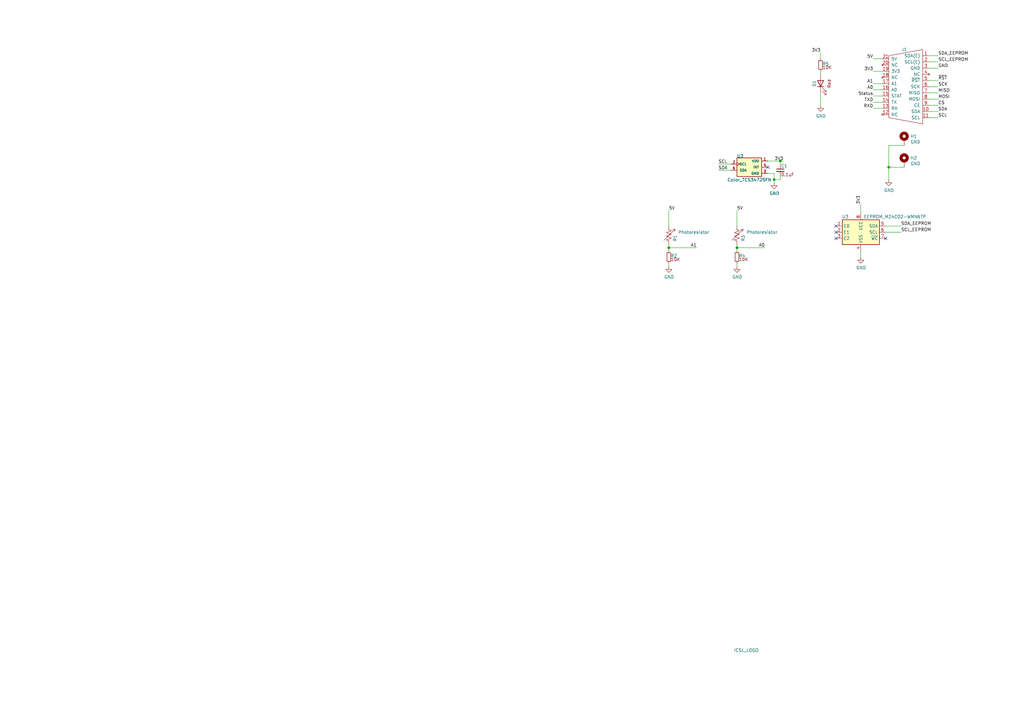
<source format=kicad_sch>
(kicad_sch (version 20211123) (generator eeschema)
  (paper "A3")
  (lib_symbols
    (symbol "Device:R_Variable_US" (pin_numbers hide) (pin_names (offset 0))
      (property "Reference" "R" (at 2.54 -2.54 90))
      (property "Value" "R_Variable_US" (at -2.54 -1.27 90))
      (symbol "R_Variable_US_0_1"
        (polyline (pts (xy 0 -2.286) (xy 0 -2.54)))
        (polyline (pts (xy 0 2.286) (xy 0 2.54)))
        (polyline (pts (xy 0 -0.762) (xy 1.016 -1.143) (xy 0 -1.524) (xy -1.016 -1.905) (xy 0 -2.286)))
        (polyline (pts (xy 0 0.762) (xy 1.016 0.381) (xy 0 0) (xy -1.016 -0.381) (xy 0 -0.762)))
        (polyline (pts (xy 0 2.286) (xy 1.016 1.905) (xy 0 1.524) (xy -1.016 1.143) (xy 0 0.762)) (stroke (width 0.1524)))
        (polyline (pts (xy 2.286 1.524) (xy 2.54 2.54) (xy 1.524 2.286) (xy 2.54 2.54) (xy -2.032 -2.032)) (stroke (width 0.1524)))
      )
      (symbol "R_Variable_US_1_1"
        (pin passive line (at 0 3.81 270) (length 1.27) (name "~") (number "1"))
        (pin passive line (at 0 -3.81 90) (length 1.27) (name "~") (number "2"))
      )
    )
    (symbol "ICSL:Amphenol_91911-31321_plug" (pin_names (offset 1.016))
      (property "Reference" "J" (at 0 12.7 0))
      (symbol "Amphenol_91911-31321_plug_0_1"
        (polyline (pts (xy 7.62 -17.78) (xy 7.62 12.7)))
        (polyline (pts (xy 7.62 12.7) (xy -6.35 10.16) (xy -6.35 -15.24) (xy 7.62 -17.78)))
      )
      (symbol "Amphenol_91911-31321_plug_1_1"
        (pin bidirectional line (at 10.16 10.16 180) (length 2.54) (name "SDA(E)") (number "1"))
        (pin bidirectional line (at 10.16 -12.7 180) (length 2.54) (name "SDA") (number "10"))
        (pin output line (at 10.16 -15.24 180) (length 2.54) (name "SCL") (number "11"))
        (pin no_connect line (at -8.89 -13.97 0) (length 2.54) (name "NC") (number "12"))
        (pin input line (at -8.89 -11.43 0) (length 2.54) (name "RX") (number "13"))
        (pin output line (at -8.89 -8.89 0) (length 2.54) (name "TX") (number "14"))
        (pin input line (at -8.89 -6.35 0) (length 2.54) (name "STAT") (number "15"))
        (pin input line (at -8.89 -3.81 0) (length 2.54) (name "A0") (number "16"))
        (pin input line (at -8.89 -1.27 0) (length 2.54) (name "A1") (number "17"))
        (pin no_connect line (at -8.89 1.27 0) (length 2.54) (name "NC") (number "18"))
        (pin power_out line (at -8.89 3.81 0) (length 2.54) (name "3V3") (number "19"))
        (pin output line (at 10.16 7.62 180) (length 2.54) (name "SCL(E)") (number "2"))
        (pin no_connect line (at -8.89 6.35 0) (length 2.54) (name "NC") (number "20"))
        (pin power_out line (at -8.89 8.89 0) (length 2.54) (name "5V") (number "21"))
        (pin power_out line (at 10.16 5.08 180) (length 2.54) (name "GND") (number "3"))
        (pin no_connect line (at 10.16 2.54 180) (length 2.54) (name "NC") (number "4"))
        (pin output line (at 10.16 0 180) (length 2.54) (name "~{RST}") (number "5"))
        (pin output line (at 10.16 -2.54 180) (length 2.54) (name "SCK") (number "6"))
        (pin input line (at 10.16 -5.08 180) (length 2.54) (name "MISO") (number "7"))
        (pin output line (at 10.16 -7.62 180) (length 2.54) (name "MOSI") (number "8"))
        (pin output line (at 10.16 -10.16 180) (length 2.54) (name "CE") (number "9"))
      )
    )
    (symbol "ICSL:ICSL_LOGO"
      (property "Value" "ICSL_LOGO" (at 0 0 0))
    )
    (symbol "Mechanical:MountingHole_Pad" (pin_numbers hide) (pin_names (offset 1.016) hide)
      (property "Reference" "H" (at 0 6.35 0))
      (property "Value" "MountingHole_Pad" (at 0 4.445 0))
      (symbol "MountingHole_Pad_0_1"
        (circle (center 0 1.27) (radius 1.27) (stroke (width 1.27)))
      )
      (symbol "MountingHole_Pad_1_1"
        (pin input line (at 0 -2.54 90) (length 2.54) (name "1") (number "1"))
      )
    )
    (symbol "jlcsmt-ic:EEPROM_M24C02-WMN6TP"
      (property "Reference" "U" (at -6.35 6.35 0))
      (property "Value" "EEPROM_M24C02-WMN6TP" (at 13.97 6.35 0))
      (symbol "EEPROM_M24C02-WMN6TP_0_1"
        (rectangle (start -7.62 5.08) (end 7.62 -5.08) (stroke (width 0.254)) (fill (type background)))
      )
      (symbol "EEPROM_M24C02-WMN6TP_1_1"
        (pin input line (at -10.16 2.54 0) (length 2.54) (name "E0") (number "1"))
        (pin input line (at -10.16 0 0) (length 2.54) (name "E1") (number "2"))
        (pin input line (at -10.16 -2.54 0) (length 2.54) (name "E2") (number "3"))
        (pin power_in line (at 0 -7.62 90) (length 2.54) (name "VSS") (number "4"))
        (pin bidirectional line (at 10.16 2.54 180) (length 2.54) (name "SDA") (number "5"))
        (pin input line (at 10.16 0 180) (length 2.54) (name "SCL") (number "6"))
        (pin input line (at 10.16 -2.54 180) (length 2.54) (name "~{WC}") (number "7"))
        (pin power_in line (at 0 7.62 270) (length 2.54) (name "VCC") (number "8"))
      )
    )
    (symbol "jlcsmt-rcl:C_0402_0.1uF_16V" (pin_numbers hide) (pin_names (offset 0.254) hide)
      (property "Reference" "C" (at 0.254 1.778 0))
      (symbol "C_0402_0.1uF_16V_0_0"
        (text "0.1uF" (at 0.254 -1.778 0) (effects (font (size 1.27 1.27)) (justify left)))
      )
      (symbol "C_0402_0.1uF_16V_0_1"
        (polyline (pts (xy -1.524 -0.508) (xy 1.524 -0.508)) (stroke (width 0.3302)))
        (polyline (pts (xy -1.524 0.508) (xy 1.524 0.508)) (stroke (width 0.3048)))
      )
      (symbol "C_0402_0.1uF_16V_1_1"
        (pin passive line (at 0 2.54 270) (length 2.032) (name "~") (number "1"))
        (pin passive line (at 0 -2.54 90) (length 2.032) (name "~") (number "2"))
      )
    )
    (symbol "jlcsmt-rcl:LED_0603_Red" (pin_numbers hide) (pin_names (offset 1.016) hide)
      (property "Reference" "D" (at 0 2.54 0))
      (symbol "LED_0603_Red_0_0"
        (text "Red" (at 0 -3.556 0) (effects (font (size 1.27 1.27))))
      )
      (symbol "LED_0603_Red_0_1"
        (polyline (pts (xy -1.27 -1.27) (xy -1.27 1.27)) (stroke (width 0.254)))
        (polyline (pts (xy -1.27 0) (xy 1.27 0)))
        (polyline (pts (xy 1.27 -1.27) (xy 1.27 1.27) (xy -1.27 0) (xy 1.27 -1.27)) (stroke (width 0.254)))
        (polyline (pts (xy -3.048 -0.762) (xy -4.572 -2.286) (xy -3.81 -2.286) (xy -4.572 -2.286) (xy -4.572 -1.524)))
        (polyline (pts (xy -1.778 -0.762) (xy -3.302 -2.286) (xy -2.54 -2.286) (xy -3.302 -2.286) (xy -3.302 -1.524)))
      )
      (symbol "LED_0603_Red_1_1"
        (pin passive line (at -3.81 0 0) (length 2.54) (name "K") (number "1"))
        (pin passive line (at 3.81 0 180) (length 2.54) (name "A") (number "2"))
      )
    )
    (symbol "jlcsmt-rcl:R_0402_10K" (pin_numbers hide) (pin_names (offset 0.254) hide)
      (property "Reference" "R" (at 0.762 0.508 0))
      (symbol "R_0402_10K_0_0"
        (text "10K" (at 0.762 -1.016 0) (effects (font (size 1.27 1.27)) (justify left)))
      )
      (symbol "R_0402_10K_0_1"
        (rectangle (start -0.762 1.778) (end 0.762 -1.778) (stroke (width 0.2032)))
      )
      (symbol "R_0402_10K_1_1"
        (pin passive line (at 0 2.54 270) (length 0.762) (name "~") (number "1"))
        (pin passive line (at 0 -2.54 90) (length 0.762) (name "~") (number "2"))
      )
    )
    (symbol "jlcsmt-sensors:Color_TCS34725FN" (pin_names (offset 1.016))
      (property "Reference" "U" (at -5.08 3.81 0))
      (property "Value" "Color_TCS34725FN" (at 0 -4.445 0))
      (symbol "Color_TCS34725FN_0_0"
        (rectangle (start -5.08 3.81) (end 5.08 -3.81) (stroke (width 0.254)) (fill (type background)))
        (pin power_in line (at 7.62 2.54 180) (length 2.54) (name "VDD") (number "1"))
        (pin input clock (at -7.62 1.27 0) (length 2.54) (name "SCL") (number "2"))
        (pin power_in line (at 7.62 -2.54 180) (length 2.54) (name "GND") (number "3"))
        (pin output line (at 7.62 0 180) (length 2.54) (name "INT") (number "5"))
        (pin bidirectional line (at -7.62 -1.27 0) (length 2.54) (name "SDA") (number "6"))
      )
    )
    (symbol "power:GND" (power) (pin_names (offset 0))
      (property "Value" "GND" (at 0 -3.81 0))
      (symbol "GND_0_1"
        (polyline (pts (xy 0 0) (xy 0 -1.27) (xy 1.27 -1.27) (xy 0 -2.54) (xy -1.27 -1.27) (xy 0 -1.27)))
      )
      (symbol "GND_1_1"
        (pin power_in line (at 0 0 270) (length 0) hide (name "GND") (number "1"))
      )
    )
  )
  (junction (at 364.49 68.58))
  (junction (at 320.04 66.04))
  (junction (at 317.5 73.66))
  (junction (at 302.26 101.6))
  (junction (at 274.32 101.6))
  (no_connect (at 314.96 68.58))
  (no_connect (at 363.22 97.79))
  (no_connect (at 342.9 97.79))
  (no_connect (at 342.9 92.71))
  (no_connect (at 342.9 95.25))
  (wire (pts (xy 302.26 101.6) (xy 313.69 101.6)))
  (wire (pts (xy 358.14 29.21) (xy 361.95 29.21)))
  (wire (pts (xy 302.26 109.22) (xy 302.26 107.95)))
  (wire (pts (xy 364.49 73.66) (xy 364.49 68.58)))
  (wire (pts (xy 358.14 41.91) (xy 361.95 41.91)))
  (wire (pts (xy 274.32 101.6) (xy 285.75 101.6)))
  (wire (pts (xy 274.32 102.87) (xy 274.32 101.6)))
  (wire (pts (xy 381 22.86) (xy 384.81 22.86)))
  (wire (pts (xy 314.96 66.04) (xy 320.04 66.04)))
  (wire (pts (xy 317.5 73.66) (xy 317.5 74.93)))
  (wire (pts (xy 363.22 92.71) (xy 369.57 92.71)))
  (wire (pts (xy 317.5 71.12) (xy 317.5 73.66)))
  (wire (pts (xy 358.14 44.45) (xy 361.95 44.45)))
  (wire (pts (xy 302.26 101.6) (xy 302.26 100.33)))
  (wire (pts (xy 364.49 59.69) (xy 370.84 59.69)))
  (wire (pts (xy 381 43.18) (xy 384.81 43.18)))
  (wire (pts (xy 381 35.56) (xy 384.81 35.56)))
  (wire (pts (xy 381 45.72) (xy 384.81 45.72)))
  (wire (pts (xy 381 27.94) (xy 384.81 27.94)))
  (wire (pts (xy 274.32 109.22) (xy 274.32 107.95)))
  (wire (pts (xy 294.64 67.31) (xy 299.72 67.31)))
  (wire (pts (xy 274.32 86.36) (xy 274.32 92.71)))
  (wire (pts (xy 381 40.64) (xy 384.81 40.64)))
  (wire (pts (xy 358.14 34.29) (xy 361.95 34.29)))
  (wire (pts (xy 364.49 68.58) (xy 370.84 68.58)))
  (wire (pts (xy 320.04 66.04) (xy 320.04 67.31)))
  (wire (pts (xy 381 38.1) (xy 384.81 38.1)))
  (wire (pts (xy 381 33.02) (xy 384.81 33.02)))
  (wire (pts (xy 381 48.26) (xy 384.81 48.26)))
  (wire (pts (xy 364.49 68.58) (xy 364.49 59.69)))
  (wire (pts (xy 320.04 73.66) (xy 317.5 73.66)))
  (wire (pts (xy 294.64 69.85) (xy 299.72 69.85)))
  (wire (pts (xy 358.14 24.13) (xy 361.95 24.13)))
  (wire (pts (xy 358.14 36.83) (xy 361.95 36.83)))
  (wire (pts (xy 302.26 102.87) (xy 302.26 101.6)))
  (wire (pts (xy 381 25.4) (xy 384.81 25.4)))
  (wire (pts (xy 320.04 72.39) (xy 320.04 73.66)))
  (wire (pts (xy 336.55 29.21) (xy 336.55 30.48)))
  (wire (pts (xy 363.22 95.25) (xy 369.57 95.25)))
  (wire (pts (xy 358.14 39.37) (xy 361.95 39.37)))
  (wire (pts (xy 353.06 105.41) (xy 353.06 102.87)))
  (wire (pts (xy 302.26 86.36) (xy 302.26 92.71)))
  (wire (pts (xy 314.96 71.12) (xy 317.5 71.12)))
  (wire (pts (xy 336.55 43.18) (xy 336.55 38.1)))
  (wire (pts (xy 320.04 66.04) (xy 321.31 66.04)))
  (wire (pts (xy 336.55 21.59) (xy 336.55 24.13)))
  (wire (pts (xy 274.32 101.6) (xy 274.32 100.33)))
  (wire (pts (xy 353.06 83.82) (xy 353.06 87.63)))
  (label "SDA_EEPROM" (at 369.57 92.71 0))
  (label "SDA_EEPROM" (at 384.81 22.86 0))
  (label "3V3" (at 358.14 29.21 180))
  (label "5V" (at 274.32 86.36 0))
  (label "SCK" (at 384.81 35.56 0))
  (label "GND" (at 384.81 27.94 0))
  (label "3V3" (at 353.06 83.82 90))
  (label "A0" (at 358.14 36.83 180))
  (label "SDA" (at 294.64 69.85 0))
  (label "MOSI" (at 384.81 40.64 0))
  (label "A1" (at 285.75 101.6 180))
  (label "~{RST}" (at 384.81 33.02 0))
  (label "A0" (at 313.69 101.6 180))
  (label "5V" (at 358.14 24.13 180))
  (label "SCL" (at 294.64 67.31 0))
  (label "MISO" (at 384.81 38.1 0))
  (label "A1" (at 358.14 34.29 180))
  (label "SDA" (at 384.81 45.72 0))
  (label "CS" (at 384.81 43.18 0))
  (label "5V" (at 302.26 86.36 0))
  (label "TXD" (at 358.14 41.91 180))
  (label "Status" (at 358.14 39.37 180))
  (label "RXD" (at 358.14 44.45 180))
  (label "3V3" (at 336.55 21.59 180))
  (label "SCL_EEPROM" (at 384.81 25.4 0))
  (label "SCL" (at 384.81 48.26 0))
  (label "SCL_EEPROM" (at 369.57 95.25 0))
  (label "3V3" (at 321.31 66.04 180))
  (symbol (lib_id "Mechanical:MountingHole_Pad") (at 370.84 57.15 0) (unit 1)
    (property "Reference" "H1" (at 373.38 55.9054 0) (effects (justify left)))
    (property "Value" "GND" (at 373.38 58.2168 0) (effects (justify left)))
    (property "Footprint" "ICSL:M1502-B-2545-AL-TOP" (effects hide))
  )
  (symbol (lib_id "Mechanical:MountingHole_Pad") (at 370.84 66.04 0) (unit 1)
    (property "Reference" "H2" (at 373.38 64.7954 0) (effects (justify left)))
    (property "Value" "GND" (at 373.38 67.1068 0) (effects (justify left)))
    (property "Footprint" "ICSL:M1502-B-2545-AL-TOP" (effects hide))
  )
  (symbol (lib_id "power:GND") (at 364.49 73.66 0) (unit 1)
    (property "Reference" "#PWR06" (effects hide))
    (property "Value" "GND" (at 364.617 78.0542 0))
  )
  (symbol (lib_id "ICSL:Amphenol_91911-31321_plug") (at 370.84 33.02 0) (unit 1)
    (property "Reference" "J1" (at 370.84 20.32 0))
    (property "Value" "Amphenol_91911-31321_plug" (effects hide))
    (property "Footprint" "ICSL:Amphenol_91911-31321LF_PLUG" (effects hide))
    (property "Datasheet" "https://cdn.amphenol-icc.com/media/wysiwyg/files/drawing/91900.pdf" (effects hide))
    (property "LCSC" "C9900009023" (effects hide))
  )
  (symbol (lib_id "power:GND") (at 336.55 43.18 0) (unit 1)
    (property "Reference" "#PWR04" (effects hide))
    (property "Value" "GND" (at 336.677 47.5742 0))
  )
  (symbol (lib_id "jlcsmt-rcl:R_0402_10K") (at 336.55 26.67 0) (unit 1)
    (property "Reference" "R5" (at 337.312 26.162 0) (effects (justify left)))
    (property "Value" "R_0402_10K" (effects hide))
    (property "Footprint" "Resistor_SMD:R_0402_1005Metric" (effects hide))
    (property "Datasheet" "https://datasheet.lcsc.com/lcsc/2110260030_UNI-ROYAL-Uniroyal-Elec-0402WGF1002TCE_C25744.pdf" (effects hide))
    (property "MFR" "UNI-ROYAL(Uniroyal Elec)" (effects hide))
    (property "MFR Part#" "0402WGF1002TCE" (effects hide))
    (property "LCSC" "C25744" (effects hide))
  )
  (symbol (lib_id "power:GND") (at 274.32 109.22 0) (unit 1)
    (property "Reference" "#PWR01" (effects hide))
    (property "Value" "GND" (at 274.447 113.6142 0))
  )
  (symbol (lib_id "jlcsmt-rcl:R_0402_10K") (at 274.32 105.41 0) (unit 1)
    (property "Reference" "R2" (at 275.082 104.902 0) (effects (justify left)))
    (property "Value" "R_0402_10K" (effects hide))
    (property "Footprint" "Resistor_SMD:R_0402_1005Metric" (effects hide))
    (property "Datasheet" "https://datasheet.lcsc.com/lcsc/2110260030_UNI-ROYAL-Uniroyal-Elec-0402WGF1002TCE_C25744.pdf" (effects hide))
    (property "MFR" "UNI-ROYAL(Uniroyal Elec)" (effects hide))
    (property "MFR Part#" "0402WGF1002TCE" (effects hide))
    (property "LCSC" "C25744" (effects hide))
  )
  (symbol (lib_id "ICSL:ICSL_LOGO") (at 306.07 266.7 0) (unit 1)
    (property "Reference" "U1" (effects hide))
    (property "Value" "ICSL_LOGO" (at 306.07 266.7 0))
    (property "Footprint" "ICSL:icsl_logo" (effects hide))
  )
  (symbol (lib_id "jlcsmt-rcl:R_0402_10K") (at 302.26 105.41 0) (unit 1)
    (property "Reference" "R4" (at 303.022 104.902 0) (effects (justify left)))
    (property "Value" "R_0402_10K" (effects hide))
    (property "Footprint" "Resistor_SMD:R_0402_1005Metric" (effects hide))
    (property "Datasheet" "https://datasheet.lcsc.com/lcsc/2110260030_UNI-ROYAL-Uniroyal-Elec-0402WGF1002TCE_C25744.pdf" (effects hide))
    (property "MFR" "UNI-ROYAL(Uniroyal Elec)" (effects hide))
    (property "MFR Part#" "0402WGF1002TCE" (effects hide))
    (property "LCSC" "C25744" (effects hide))
  )
  (symbol (lib_id "power:GND") (at 353.06 105.41 0) (unit 1)
    (property "Reference" "#PWR05" (effects hide))
    (property "Value" "GND" (at 353.187 109.8042 0))
  )
  (symbol (lib_id "power:GND") (at 302.26 109.22 0) (unit 1)
    (property "Reference" "#PWR02" (effects hide))
    (property "Value" "GND" (at 302.387 113.6142 0))
  )
  (symbol (lib_id "jlcsmt-rcl:LED_0603_Red") (at 336.55 34.29 90) (unit 1)
    (property "Reference" "D1" (at 334.01 34.29 0))
    (property "Value" "LED_0603_Red" (effects hide))
    (property "Footprint" "jlcsmt:LED_0603_1608Metric" (effects hide))
    (property "Datasheet" "https://datasheet.lcsc.com/lcsc/1810231112_Hubei-KENTO-Elec-KT-0603R_C2286.pdf" (effects hide))
    (property "MFR" "Hubei KENTO Elec" (effects hide))
    (property "MFR Part#" "KT-0603R" (effects hide))
    (property "LCSC" "C2286" (effects hide))
  )
  (symbol (lib_id "jlcsmt-sensors:Color_TCS34725FN") (at 307.34 68.58 0) (unit 1)
    (property "Reference" "U2" (at 302.26 64.77 0) (effects (justify left bottom)))
    (property "Value" "Color_TCS34725FN" (at 307.34 73.025 0) (effects (justify top)))
    (property "Footprint" "jlcsmt:TCS34725FN" (effects hide))
    (property "Datasheet" "https://datasheet.lcsc.com/lcsc/2106080506_Advanced-Monolithic-Systems-TCS34725FN_C2649487.pdf" (effects hide))
    (property "MFR" "Advanced Monolithic Systems" (effects hide))
    (property "MFR Part#" "TCS34725FN" (effects hide))
    (property "LCSC" "C2649487" (effects hide))
  )
  (symbol (lib_id "jlcsmt-ic:EEPROM_M24C02-WMN6TP") (at 353.06 95.25 0) (unit 1)
    (property "Reference" "U3" (at 346.71 88.9 0))
    (property "Value" "EEPROM_M24C02-WMN6TP" (at 367.03 88.9 0))
    (property "Footprint" "jlcsmt:SOIC-8_3.9x4.9mm_P1.27mm" (effects hide))
    (property "Datasheet" "https://datasheet.lcsc.com/lcsc/1809061818_STMicroelectronics-M24C02-WMN6TP_C7562.pdf" (effects hide))
    (property "MFR" "STMicroelectronics" (effects hide))
    (property "MFR Part#" "M24C02-WMN6TP" (effects hide))
    (property "LCSC" "C7562" (effects hide))
  )
  (symbol (lib_id "power:GND") (at 317.5 74.93 0) (unit 1)
    (property "Reference" "#PWR03" (effects hide))
    (property "Value" "GND" (at 317.627 79.3242 0))
  )
  (symbol (lib_id "Device:R_Variable_US") (at 274.32 96.52 0) (unit 1)
    (property "Reference" "R1" (at 276.86 99.06 90) (effects (justify left)))
    (property "Value" "Photoresistor" (at 278.13 95.25 0) (effects (justify left)))
    (property "Footprint" "OptoDevice:R_LDR_5.0x4.1mm_P3mm_Vertical" (effects hide))
  )
  (symbol (lib_id "Device:R_Variable_US") (at 302.26 96.52 0) (unit 1)
    (property "Reference" "R3" (at 304.8 99.06 90) (effects (justify left)))
    (property "Value" "Photoresistor" (at 306.07 95.25 0) (effects (justify left)))
    (property "Footprint" "OptoDevice:R_LDR_5.0x4.1mm_P3mm_Vertical" (effects hide))
  )
  (symbol (lib_id "jlcsmt-rcl:C_0402_0.1uF_16V") (at 320.04 69.85 0) (unit 1)
    (property "Reference" "C1" (at 320.294 68.072 0) (effects (justify left)))
    (property "Value" "C_0402_0.1uF_16V" (effects hide))
    (property "Footprint" "Capacitor_SMD:C_0402_1005Metric" (effects hide))
    (property "Datasheet" "https://datasheet.lcsc.com/lcsc/1810191219_Samsung-Electro-Mechanics-CL05B104KO5NNNC_C1525.pdf" (effects hide))
    (property "MFR" "Samsung Electro-Mechanics" (effects hide))
    (property "MFR Part#" "CL05B104KO5NNNC" (effects hide))
    (property "LCSC" "C1525" (effects hide))
  )
)
</source>
